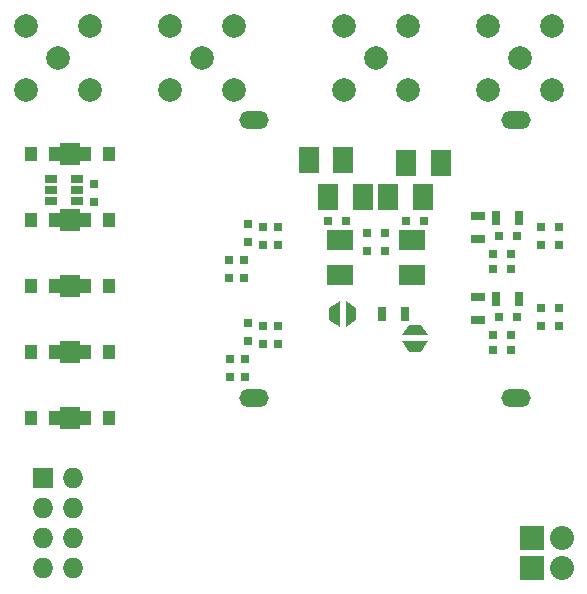
<source format=gbs>
G04 #@! TF.FileFunction,Soldermask,Bot*
%FSLAX46Y46*%
G04 Gerber Fmt 4.6, Leading zero omitted, Abs format (unit mm)*
G04 Created by KiCad (PCBNEW 4.0.0-2.201512091501+6195~38~ubuntu14.04.1-stable) date Wed 16 Dec 2015 17:24:57 GMT*
%MOMM*%
G01*
G04 APERTURE LIST*
%ADD10C,0.100000*%
%ADD11R,1.060000X0.650000*%
%ADD12R,1.000000X1.250000*%
%ADD13R,0.700000X1.300000*%
%ADD14R,1.300000X0.700000*%
%ADD15R,2.230000X1.800000*%
%ADD16R,0.800000X0.750000*%
%ADD17R,1.800000X2.230000*%
%ADD18R,0.750000X0.800000*%
%ADD19R,2.032000X2.032000*%
%ADD20O,2.032000X2.032000*%
%ADD21R,1.727200X1.727200*%
%ADD22O,1.727200X1.727200*%
%ADD23O,2.500000X1.500000*%
%ADD24C,1.998980*%
%ADD25R,1.680000X1.880000*%
G04 APERTURE END LIST*
D10*
D11*
X106764000Y-114874000D03*
X106764000Y-115824000D03*
X106764000Y-116774000D03*
X104564000Y-116774000D03*
X104564000Y-114874000D03*
X104564000Y-115824000D03*
D12*
X102886000Y-123952000D03*
X104886000Y-123952000D03*
X102886000Y-129540000D03*
X104886000Y-129540000D03*
X102886000Y-118364000D03*
X104886000Y-118364000D03*
X109458000Y-123952000D03*
X107458000Y-123952000D03*
X109458000Y-129540000D03*
X107458000Y-129540000D03*
X109458000Y-118364000D03*
X107458000Y-118364000D03*
X102886000Y-112776000D03*
X104886000Y-112776000D03*
X102886000Y-135128000D03*
X104886000Y-135128000D03*
X109458000Y-112776000D03*
X107458000Y-112776000D03*
X109458000Y-135128000D03*
X107458000Y-135128000D03*
D13*
X132654000Y-126365000D03*
X134554000Y-126365000D03*
D14*
X140716000Y-126807000D03*
X140716000Y-124907000D03*
D13*
X144206000Y-125095000D03*
X142306000Y-125095000D03*
D14*
X140716000Y-119949000D03*
X140716000Y-118049000D03*
D13*
X144206000Y-118237000D03*
X142306000Y-118237000D03*
D15*
X129032000Y-122999000D03*
X129032000Y-120079000D03*
D16*
X129528000Y-118491000D03*
X128028000Y-118491000D03*
D15*
X135128000Y-122999000D03*
X135128000Y-120079000D03*
D16*
X134632000Y-118491000D03*
X136132000Y-118491000D03*
D17*
X133160000Y-116459000D03*
X136080000Y-116459000D03*
D18*
X131318000Y-119519000D03*
X131318000Y-121019000D03*
D17*
X131000000Y-116459000D03*
X128080000Y-116459000D03*
D18*
X132842000Y-119519000D03*
X132842000Y-121019000D03*
D16*
X144006000Y-126619000D03*
X142506000Y-126619000D03*
D18*
X146050000Y-127369000D03*
X146050000Y-125869000D03*
X147574000Y-127369000D03*
X147574000Y-125869000D03*
D16*
X143498000Y-128143000D03*
X141998000Y-128143000D03*
X143498000Y-129413000D03*
X141998000Y-129413000D03*
X144006000Y-119761000D03*
X142506000Y-119761000D03*
D18*
X147574000Y-120511000D03*
X147574000Y-119011000D03*
X146050000Y-120511000D03*
X146050000Y-119011000D03*
D16*
X143498000Y-121285000D03*
X141998000Y-121285000D03*
X143498000Y-122555000D03*
X141998000Y-122555000D03*
D18*
X121285000Y-128639000D03*
X121285000Y-127139000D03*
X121031000Y-131687000D03*
X121031000Y-130187000D03*
X119761000Y-131687000D03*
X119761000Y-130187000D03*
X122555000Y-128893000D03*
X122555000Y-127393000D03*
X123825000Y-128893000D03*
X123825000Y-127393000D03*
X121285000Y-120257000D03*
X121285000Y-118757000D03*
X120904000Y-123305000D03*
X120904000Y-121805000D03*
X119634000Y-123305000D03*
X119634000Y-121805000D03*
X122555000Y-120511000D03*
X122555000Y-119011000D03*
X123825000Y-120511000D03*
X123825000Y-119011000D03*
D17*
X137604000Y-113538000D03*
X134684000Y-113538000D03*
X126429000Y-113284000D03*
X129349000Y-113284000D03*
D18*
X108204000Y-116828000D03*
X108204000Y-115328000D03*
D10*
G36*
X128136000Y-125865000D02*
X129036000Y-125265000D01*
X129036000Y-127465000D01*
X128136000Y-126865000D01*
X128136000Y-125865000D01*
X128136000Y-125865000D01*
G37*
G36*
X130436000Y-126865000D02*
X129536000Y-127465000D01*
X129536000Y-125265000D01*
X130436000Y-125865000D01*
X130436000Y-126865000D01*
X130436000Y-126865000D01*
G37*
G36*
X134882000Y-129547000D02*
X134282000Y-128647000D01*
X136482000Y-128647000D01*
X135882000Y-129547000D01*
X134882000Y-129547000D01*
X134882000Y-129547000D01*
G37*
G36*
X135882000Y-127247000D02*
X136482000Y-128147000D01*
X134282000Y-128147000D01*
X134882000Y-127247000D01*
X135882000Y-127247000D01*
X135882000Y-127247000D01*
G37*
D19*
X145288000Y-147828000D03*
D20*
X147828000Y-147828000D03*
D19*
X145288000Y-145288000D03*
D20*
X147828000Y-145288000D03*
D21*
X103886000Y-140208000D03*
D22*
X106426000Y-140208000D03*
X103886000Y-142748000D03*
X106426000Y-142748000D03*
X103886000Y-145288000D03*
X106426000Y-145288000D03*
X103886000Y-147828000D03*
X106426000Y-147828000D03*
D23*
X121742000Y-133416000D03*
X143942000Y-109916000D03*
D24*
X144272000Y-104648000D03*
X146972020Y-101947980D03*
X141571980Y-101947980D03*
X141571980Y-107348020D03*
X146972020Y-107348020D03*
X117348000Y-104648000D03*
X120048020Y-101947980D03*
X114647980Y-101947980D03*
X114647980Y-107348020D03*
X120048020Y-107348020D03*
X105156000Y-104648000D03*
X107856020Y-101947980D03*
X102455980Y-101947980D03*
X102455980Y-107348020D03*
X107856020Y-107348020D03*
X132080000Y-104648000D03*
X134780020Y-101947980D03*
X129379980Y-101947980D03*
X129379980Y-107348020D03*
X134780020Y-107348020D03*
D23*
X143942000Y-133416000D03*
X121742000Y-109916000D03*
D25*
X106172000Y-135128000D03*
X106172000Y-112776000D03*
X106172000Y-118364000D03*
X106172000Y-129540000D03*
X106172000Y-123952000D03*
M02*

</source>
